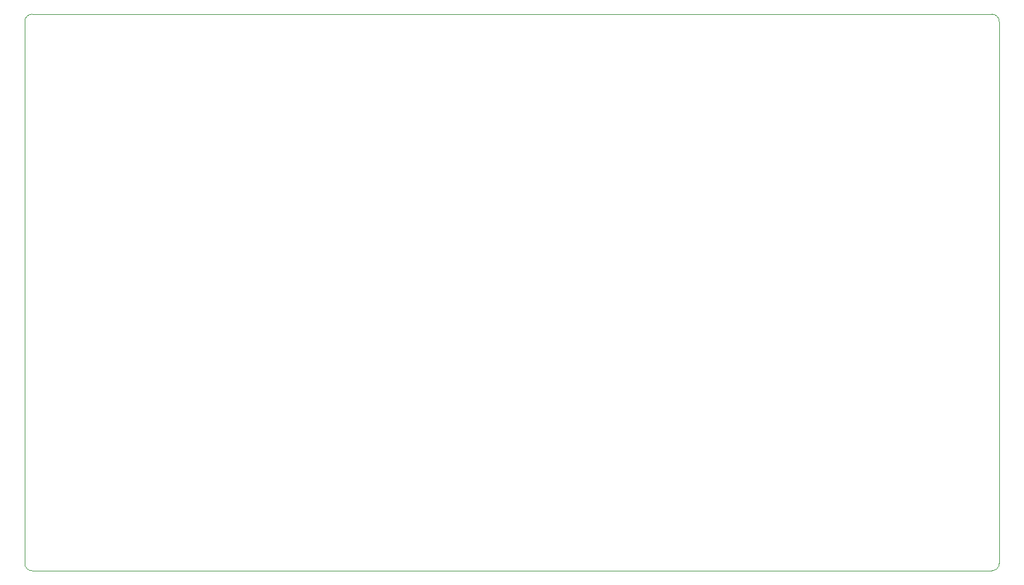
<source format=gm1>
%TF.GenerationSoftware,KiCad,Pcbnew,(5.1.10)-1*%
%TF.CreationDate,2021-08-14T02:52:39+09:00*%
%TF.ProjectId,bottom,626f7474-6f6d-42e6-9b69-6361645f7063,rev?*%
%TF.SameCoordinates,Original*%
%TF.FileFunction,Profile,NP*%
%FSLAX46Y46*%
G04 Gerber Fmt 4.6, Leading zero omitted, Abs format (unit mm)*
G04 Created by KiCad (PCBNEW (5.1.10)-1) date 2021-08-14 02:52:39*
%MOMM*%
%LPD*%
G01*
G04 APERTURE LIST*
%TA.AperFunction,Profile*%
%ADD10C,0.100000*%
%TD*%
G04 APERTURE END LIST*
D10*
X73628990Y-62913080D02*
G75*
G02*
X74628990Y-61913080I1000000J0D01*
G01*
X206978990Y-137113080D02*
G75*
G02*
X205978990Y-138113080I-1000000J0D01*
G01*
X74628990Y-138113079D02*
G75*
G02*
X73628990Y-137113079I0J1000000D01*
G01*
X206978990Y-62913080D02*
X206978990Y-137113079D01*
X74628990Y-61913080D02*
X205978989Y-61913080D01*
X205978990Y-61913080D02*
G75*
G02*
X206978990Y-62913080I0J-1000000D01*
G01*
X73628990Y-137113079D02*
X73628990Y-62913080D01*
X205978990Y-138113080D02*
X74628990Y-138113079D01*
M02*

</source>
